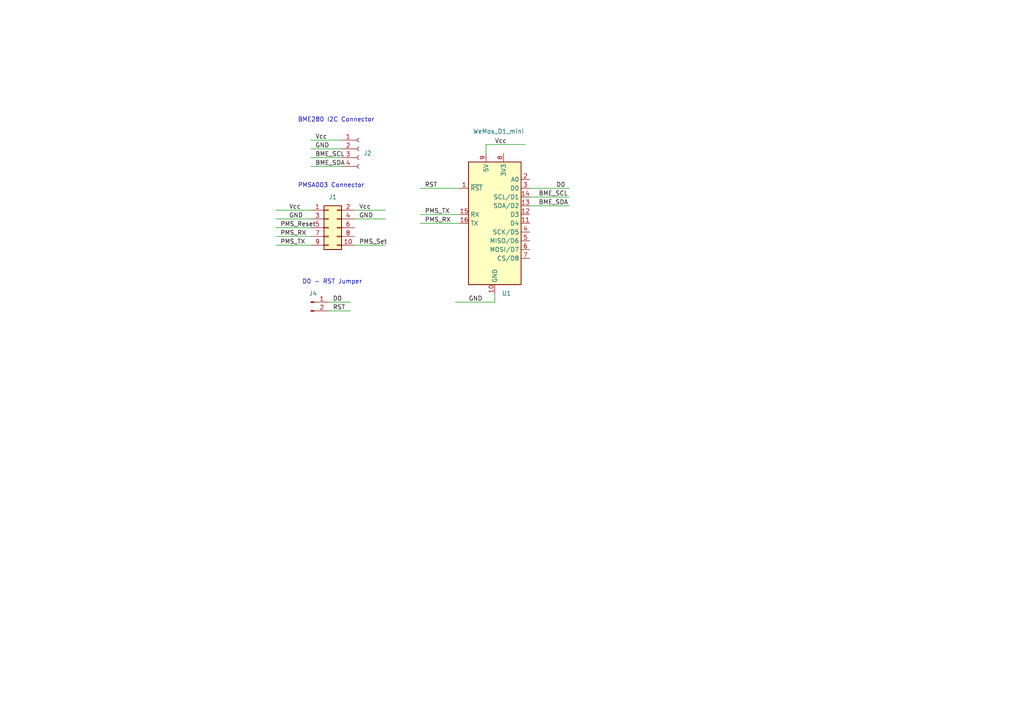
<source format=kicad_sch>
(kicad_sch (version 20211123) (generator eeschema)
  (paper "A4")
  (lib_symbols
    (symbol "Connector:Conn_01x02_Male" (pin_names (offset 1.016) hide)
      (property "Reference" "J" (at 0 2.54 0))
      (property "Value" "Conn_01x02_Male" (at 0 -5.08 0))
      (symbol "Conn_01x02_Male_1_1"
        (polyline (pts (xy 1.27 -2.54) (xy 0.8636 -2.54)) (stroke (width 0.1524)))
        (polyline (pts (xy 1.27 0) (xy 0.8636 0)) (stroke (width 0.1524)))
        (rectangle (start 0.8636 -2.413) (end 0 -2.667) (stroke (width 0.1524)) (fill (type outline)))
        (rectangle (start 0.8636 0.127) (end 0 -0.127) (stroke (width 0.1524)) (fill (type outline)))
        (pin passive line (at 5.08 0 180) (length 3.81) (name "Pin_1") (number "1"))
        (pin passive line (at 5.08 -2.54 180) (length 3.81) (name "Pin_2") (number "2"))
      )
    )
    (symbol "Connector:Conn_01x04_Female" (pin_names (offset 1.016) hide)
      (property "Reference" "J" (at 0 5.08 0))
      (property "Value" "Conn_01x04_Female" (at 0 -7.62 0))
      (symbol "Conn_01x04_Female_1_1"
        (arc (start 0 -4.572) (mid -0.508 -5.08) (end 0 -5.588) (stroke (width 0.1524)))
        (arc (start 0 -2.032) (mid -0.508 -2.54) (end 0 -3.048) (stroke (width 0.1524)))
        (polyline (pts (xy -1.27 -5.08) (xy -0.508 -5.08)) (stroke (width 0.1524)))
        (polyline (pts (xy -1.27 -2.54) (xy -0.508 -2.54)) (stroke (width 0.1524)))
        (polyline (pts (xy -1.27 0) (xy -0.508 0)) (stroke (width 0.1524)))
        (polyline (pts (xy -1.27 2.54) (xy -0.508 2.54)) (stroke (width 0.1524)))
        (arc (start 0 0.508) (mid -0.508 0) (end 0 -0.508) (stroke (width 0.1524)))
        (arc (start 0 3.048) (mid -0.508 2.54) (end 0 2.032) (stroke (width 0.1524)))
        (pin passive line (at -5.08 2.54 0) (length 3.81) (name "Pin_1") (number "1"))
        (pin passive line (at -5.08 0 0) (length 3.81) (name "Pin_2") (number "2"))
        (pin passive line (at -5.08 -2.54 0) (length 3.81) (name "Pin_3") (number "3"))
        (pin passive line (at -5.08 -5.08 0) (length 3.81) (name "Pin_4") (number "4"))
      )
    )
    (symbol "Connector_Generic:Conn_02x05_Odd_Even" (pin_names (offset 1.016) hide)
      (property "Reference" "J" (at 1.27 7.62 0))
      (property "Value" "Conn_02x05_Odd_Even" (at 1.27 -7.62 0))
      (symbol "Conn_02x05_Odd_Even_1_1"
        (rectangle (start -1.27 -4.953) (end 0 -5.207) (stroke (width 0.1524)))
        (rectangle (start -1.27 -2.413) (end 0 -2.667) (stroke (width 0.1524)))
        (rectangle (start -1.27 0.127) (end 0 -0.127) (stroke (width 0.1524)))
        (rectangle (start -1.27 2.667) (end 0 2.413) (stroke (width 0.1524)))
        (rectangle (start -1.27 5.207) (end 0 4.953) (stroke (width 0.1524)))
        (rectangle (start -1.27 6.35) (end 3.81 -6.35) (stroke (width 0.254)) (fill (type background)))
        (rectangle (start 3.81 -4.953) (end 2.54 -5.207) (stroke (width 0.1524)))
        (rectangle (start 3.81 -2.413) (end 2.54 -2.667) (stroke (width 0.1524)))
        (rectangle (start 3.81 0.127) (end 2.54 -0.127) (stroke (width 0.1524)))
        (rectangle (start 3.81 2.667) (end 2.54 2.413) (stroke (width 0.1524)))
        (rectangle (start 3.81 5.207) (end 2.54 4.953) (stroke (width 0.1524)))
        (pin passive line (at -5.08 5.08 0) (length 3.81) (name "Pin_1") (number "1"))
        (pin passive line (at 7.62 -5.08 180) (length 3.81) (name "Pin_10") (number "10"))
        (pin passive line (at 7.62 5.08 180) (length 3.81) (name "Pin_2") (number "2"))
        (pin passive line (at -5.08 2.54 0) (length 3.81) (name "Pin_3") (number "3"))
        (pin passive line (at 7.62 2.54 180) (length 3.81) (name "Pin_4") (number "4"))
        (pin passive line (at -5.08 0 0) (length 3.81) (name "Pin_5") (number "5"))
        (pin passive line (at 7.62 0 180) (length 3.81) (name "Pin_6") (number "6"))
        (pin passive line (at -5.08 -2.54 0) (length 3.81) (name "Pin_7") (number "7"))
        (pin passive line (at 7.62 -2.54 180) (length 3.81) (name "Pin_8") (number "8"))
        (pin passive line (at -5.08 -5.08 0) (length 3.81) (name "Pin_9") (number "9"))
      )
    )
    (symbol "MCU_Module:WeMos_D1_mini"
      (property "Reference" "U" (at 3.81 19.05 0))
      (property "Value" "WeMos_D1_mini" (at 1.27 -19.05 0))
      (symbol "WeMos_D1_mini_1_1"
        (rectangle (start -7.62 17.78) (end 7.62 -17.78) (stroke (width 0.254)) (fill (type background)))
        (pin input line (at -10.16 10.16 0) (length 2.54) (name "~{RST}") (number "1"))
        (pin power_in line (at 0 -20.32 90) (length 2.54) (name "GND") (number "10"))
        (pin bidirectional line (at 10.16 0 180) (length 2.54) (name "D4") (number "11"))
        (pin bidirectional line (at 10.16 2.54 180) (length 2.54) (name "D3") (number "12"))
        (pin bidirectional line (at 10.16 5.08 180) (length 2.54) (name "SDA/D2") (number "13"))
        (pin bidirectional line (at 10.16 7.62 180) (length 2.54) (name "SCL/D1") (number "14"))
        (pin input line (at -10.16 2.54 0) (length 2.54) (name "RX") (number "15"))
        (pin output line (at -10.16 0 0) (length 2.54) (name "TX") (number "16"))
        (pin input line (at 10.16 12.7 180) (length 2.54) (name "A0") (number "2"))
        (pin bidirectional line (at 10.16 10.16 180) (length 2.54) (name "D0") (number "3"))
        (pin bidirectional line (at 10.16 -2.54 180) (length 2.54) (name "SCK/D5") (number "4"))
        (pin bidirectional line (at 10.16 -5.08 180) (length 2.54) (name "MISO/D6") (number "5"))
        (pin bidirectional line (at 10.16 -7.62 180) (length 2.54) (name "MOSI/D7") (number "6"))
        (pin bidirectional line (at 10.16 -10.16 180) (length 2.54) (name "CS/D8") (number "7"))
        (pin power_out line (at 2.54 20.32 270) (length 2.54) (name "3V3") (number "8"))
        (pin power_in line (at -2.54 20.32 270) (length 2.54) (name "5V") (number "9"))
      )
    )
  )
  (wire (pts (xy 153.67 54.61) (xy 165.1 54.61)))
  (wire (pts (xy 121.92 62.23) (xy 133.35 62.23)))
  (wire (pts (xy 80.01 60.96) (xy 90.17 60.96)))
  (wire (pts (xy 121.92 64.77) (xy 133.35 64.77)))
  (wire (pts (xy 153.67 57.15) (xy 165.1 57.15)))
  (wire (pts (xy 80.01 66.04) (xy 90.17 66.04)))
  (wire (pts (xy 140.97 41.91) (xy 152.4 41.91)))
  (wire (pts (xy 80.01 63.5) (xy 90.17 63.5)))
  (wire (pts (xy 121.92 54.61) (xy 133.35 54.61)))
  (wire (pts (xy 90.17 43.18) (xy 99.06 43.18)))
  (wire (pts (xy 95.25 90.17) (xy 101.6 90.17)))
  (wire (pts (xy 132.08 87.63) (xy 143.51 87.63)))
  (wire (pts (xy 140.97 41.91) (xy 140.97 44.45)))
  (wire (pts (xy 102.87 63.5) (xy 111.76 63.5)))
  (wire (pts (xy 102.87 60.96) (xy 111.76 60.96)))
  (wire (pts (xy 143.51 85.09) (xy 143.51 87.63)))
  (wire (pts (xy 80.01 68.58) (xy 90.17 68.58)))
  (wire (pts (xy 90.17 48.26) (xy 99.06 48.26)))
  (wire (pts (xy 153.67 59.69) (xy 165.1 59.69)))
  (wire (pts (xy 95.25 87.63) (xy 101.6 87.63)))
  (wire (pts (xy 80.01 71.12) (xy 90.17 71.12)))
  (wire (pts (xy 102.87 71.12) (xy 111.76 71.12)))
  (wire (pts (xy 90.17 40.64) (xy 99.06 40.64)))
  (wire (pts (xy 90.17 45.72) (xy 99.06 45.72)))
  (text "BME280 I2C Connector" (at 86.36 35.56 0) (effects (font (size 1.27 1.27)) (justify left bottom)))
  (text "PMSA003 Connector" (at 86.36 54.61 0) (effects (font (size 1.27 1.27)) (justify left bottom)))
  (text "D0 - RST Jumper" (at 87.63 82.55 0) (effects (font (size 1.27 1.27)) (justify left bottom)))
  (label "Vcc" (at 104.14 60.96 0))
  (label "GND" (at 135.89 87.63 0))
  (label "GND" (at 83.82 63.5 0))
  (label "PMS_Set" (at 104.14 71.12 0))
  (label "GND" (at 104.14 63.5 0))
  (label "D0" (at 161.29 54.61 0))
  (label "Vcc" (at 143.51 41.91 0))
  (label "Vcc" (at 83.82 60.96 0))
  (label "GND" (at 91.44 43.18 0))
  (label "PMS_RX" (at 123.19 64.77 0))
  (label "BME_SCL" (at 91.44 45.72 0))
  (label "Vcc" (at 91.44 40.64 0))
  (label "PMS_TX" (at 81.28 71.12 0))
  (label "PMS_Reset" (at 81.28 66.04 0))
  (label "RST" (at 96.52 90.17 0))
  (label "RST" (at 123.19 54.61 0))
  (label "PMS_RX" (at 81.28 68.58 0))
  (label "BME_SDA" (at 91.44 48.26 0))
  (label "BME_SDA" (at 156.21 59.69 0))
  (label "BME_SCL" (at 156.21 57.15 0))
  (label "PMS_TX" (at 123.19 62.23 0))
  (label "D0" (at 96.52 87.63 0))
  (symbol (lib_id "Connector:Conn_01x04_Female") (at 104.14 43.18 0) (unit 1)
    (property "Reference" "J2" (at 105.41 44.4499 0) (effects (justify left)))
    (property "Value" "Conn_01x04_Female" (effects hide))
    (property "Footprint" "Connector_PinHeader_2.54mm:PinHeader_1x04_P2.54mm_Vertical" (effects hide))
  )
  (symbol (lib_id "MCU_Module:WeMos_D1_mini") (at 143.51 64.77 0) (unit 1)
    (property "Reference" "U1" (at 145.5294 85.09 0) (effects (justify left)))
    (property "Value" "WeMos_D1_mini" (at 137.16 38.1 0) (effects (justify left)))
    (property "Footprint" "Module:WEMOS_D1_mini_light" (effects hide))
    (property "Datasheet" "https://wiki.wemos.cc/products:d1:d1_mini#documentation" (effects hide))
  )
  (symbol (lib_id "Connector:Conn_01x02_Male") (at 90.17 87.63 0) (unit 1)
    (property "Reference" "J4" (at 90.805 85.09 0))
    (property "Value" "Conn_01x02_Male" (effects hide))
    (property "Footprint" "Connector_PinHeader_2.54mm:PinHeader_1x02_P2.54mm_Vertical" (effects hide))
  )
  (symbol (lib_id "Connector_Generic:Conn_02x05_Odd_Even") (at 95.25 66.04 0) (unit 1)
    (property "Reference" "J1" (at 96.52 57.15 0))
    (property "Value" "Conn_02x05_Odd_Even" (effects hide))
    (property "Footprint" "Connector_PinHeader_1.27mm:PinHeader_2x05_P1.27mm_Vertical_SMD" (effects hide))
  )
)
</source>
